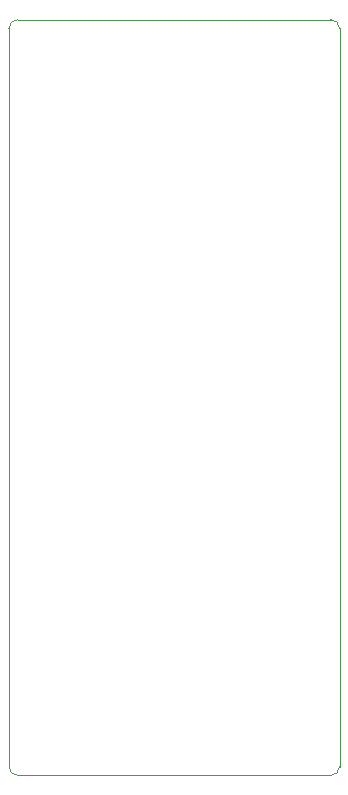
<source format=gm1>
%TF.GenerationSoftware,KiCad,Pcbnew,7.0.5*%
%TF.CreationDate,2023-07-19T21:52:06+09:00*%
%TF.ProjectId,MEZ80SPI_NOEX,4d455a38-3053-4504-995f-4e4f45582e6b,2.0*%
%TF.SameCoordinates,PX6e3c370PY76b1be0*%
%TF.FileFunction,Profile,NP*%
%FSLAX46Y46*%
G04 Gerber Fmt 4.6, Leading zero omitted, Abs format (unit mm)*
G04 Created by KiCad (PCBNEW 7.0.5) date 2023-07-19 21:52:06*
%MOMM*%
%LPD*%
G01*
G04 APERTURE LIST*
%TA.AperFunction,Profile*%
%ADD10C,0.100000*%
%TD*%
G04 APERTURE END LIST*
D10*
X750000Y64000000D02*
G75*
G03*
X0Y63250000I0J-750000D01*
G01*
X330Y750330D02*
G75*
G03*
X750330Y330I749970J-30D01*
G01*
X27249670Y330D02*
G75*
G03*
X27999670Y750330I30J749970D01*
G01*
X27249670Y330D02*
X750330Y330D01*
X330Y750330D02*
X0Y63250000D01*
X27999670Y63249670D02*
X27999670Y750330D01*
X27999670Y63249670D02*
G75*
G03*
X27249670Y63999670I-749970J30D01*
G01*
X750000Y64000000D02*
X27249670Y63999670D01*
M02*

</source>
